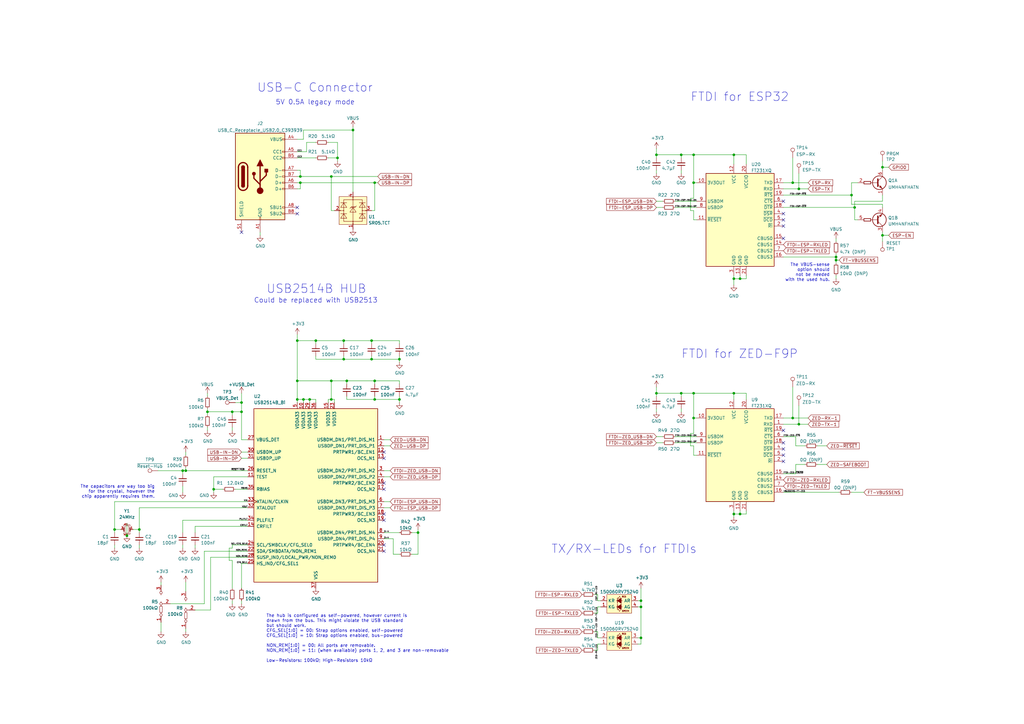
<source format=kicad_sch>
(kicad_sch (version 20211123) (generator eeschema)
  (paper "A3")
  (title_block (title "GNSS") (rev "B"))
  (junction (at 163.83 147.32))
  (junction (at 327.66 77.47))
  (junction (at 127 163.83))
  (junction (at 284.48 74.93))
  (junction (at 342.9 105.41))
  (junction (at 284.48 63.5))
  (junction (at 361.95 96.52))
  (junction (at 303.53 210.82))
  (junction (at 300.99 161.29))
  (junction (at 52.07 219.71))
  (junction (at 269.24 63.5))
  (junction (at 262.89 246.38))
  (junction (at 121.92 156.21))
  (junction (at 95.25 168.91))
  (junction (at 140.97 139.7))
  (junction (at 303.53 114.3))
  (junction (at 129.54 139.7))
  (junction (at 284.48 161.29))
  (junction (at 279.4 161.29))
  (junction (at 153.67 156.21))
  (junction (at 171.45 218.44))
  (junction (at 284.48 171.45))
  (junction (at 99.06 168.91))
  (junction (at 342.9 106.68))
  (junction (at 269.24 161.29))
  (junction (at 142.24 156.21))
  (junction (at 361.95 68.58))
  (junction (at 350.52 85.09))
  (junction (at 300.99 63.5))
  (junction (at 300.99 114.3))
  (junction (at 123.19 74.93))
  (junction (at 99.06 165.1))
  (junction (at 135.89 156.21))
  (junction (at 153.67 163.83))
  (junction (at 57.15 217.17))
  (junction (at 121.92 139.7))
  (junction (at 262.89 261.62))
  (junction (at 152.4 139.7))
  (junction (at 140.97 147.32))
  (junction (at 152.4 147.32))
  (junction (at 325.12 171.45))
  (junction (at 327.66 173.99))
  (junction (at 124.46 163.83))
  (junction (at 85.09 168.91))
  (junction (at 325.12 74.93))
  (junction (at 349.25 80.01))
  (junction (at 300.99 210.82))
  (junction (at 153.67 74.93))
  (junction (at 87.63 200.66))
  (junction (at 135.89 163.83))
  (junction (at 262.89 248.92))
  (junction (at 279.4 63.5))
  (junction (at 138.43 64.77))
  (junction (at 123.19 72.39))
  (junction (at 121.92 163.83))
  (junction (at 74.93 193.04))
  (junction (at 144.78 53.34))
  (junction (at 46.99 217.17))
  (junction (at 135.89 72.39))
  (junction (at 163.83 163.83))
  (junction (at 76.2 193.04))
  (no_connect (at 321.31 82.55))
  (no_connect (at 321.31 189.23))
  (no_connect (at 121.92 85.09))
  (no_connect (at 321.31 90.17))
  (no_connect (at 157.48 200.66))
  (no_connect (at 321.31 97.79))
  (no_connect (at 321.31 176.53))
  (no_connect (at 157.48 223.52))
  (no_connect (at 321.31 186.69))
  (no_connect (at 157.48 185.42))
  (no_connect (at 157.48 226.06))
  (no_connect (at 157.48 213.36))
  (no_connect (at 321.31 184.15))
  (no_connect (at 321.31 181.61))
  (no_connect (at 321.31 92.71))
  (no_connect (at 157.48 198.12))
  (no_connect (at 321.31 87.63))
  (no_connect (at 157.48 210.82))
  (no_connect (at 121.92 87.63))
  (no_connect (at 99.06 95.25))
  (no_connect (at 157.48 187.96))
  (wire (pts (xy 306.07 63.5) (xy 306.07 67.31)))
  (wire (pts (xy 284.48 177.8) (xy 284.48 171.45)))
  (wire (pts (xy 153.67 156.21) (xy 153.67 157.48)))
  (wire (pts (xy 66.04 238.76) (xy 66.04 240.03)))
  (wire (pts (xy 163.83 156.21) (xy 153.67 156.21)))
  (wire (pts (xy 74.93 213.36) (xy 101.6 213.36)))
  (wire (pts (xy 121.92 163.83) (xy 121.92 165.1)))
  (wire (pts (xy 321.31 179.07) (xy 326.39 179.07)))
  (wire (pts (xy 269.24 167.64) (xy 269.24 168.91)))
  (wire (pts (xy 144.78 52.07) (xy 144.78 53.34)))
  (wire (pts (xy 269.24 161.29) (xy 269.24 158.75)))
  (wire (pts (xy 325.12 64.77) (xy 325.12 74.93)))
  (wire (pts (xy 95.25 223.52) (xy 95.25 224.79)))
  (wire (pts (xy 283.21 177.8) (xy 284.48 177.8)))
  (wire (pts (xy 361.95 83.82) (xy 349.25 83.82)))
  (wire (pts (xy 57.15 217.17) (xy 57.15 208.28)))
  (wire (pts (xy 127 163.83) (xy 127 165.1)))
  (wire (pts (xy 135.89 72.39) (xy 154.94 72.39)))
  (wire (pts (xy 99.06 187.96) (xy 101.6 187.96)))
  (wire (pts (xy 93.98 224.79) (xy 95.25 224.79)))
  (wire (pts (xy 87.63 200.66) (xy 87.63 201.93)))
  (wire (pts (xy 123.19 69.85) (xy 121.92 69.85)))
  (wire (pts (xy 134.62 64.77) (xy 138.43 64.77)))
  (wire (pts (xy 284.48 161.29) (xy 284.48 171.45)))
  (wire (pts (xy 350.52 82.55) (xy 361.95 82.55)))
  (wire (pts (xy 262.89 248.92) (xy 262.89 261.62)))
  (wire (pts (xy 80.01 250.19) (xy 86.36 250.19)))
  (wire (pts (xy 157.48 220.98) (xy 161.29 220.98)))
  (wire (pts (xy 163.83 146.05) (xy 163.83 147.32)))
  (wire (pts (xy 279.4 63.5) (xy 284.48 63.5)))
  (wire (pts (xy 124.46 163.83) (xy 124.46 165.1)))
  (wire (pts (xy 321.31 77.47) (xy 327.66 77.47)))
  (wire (pts (xy 99.06 165.1) (xy 99.06 168.91)))
  (wire (pts (xy 171.45 218.44) (xy 168.91 218.44)))
  (wire (pts (xy 135.89 156.21) (xy 142.24 156.21)))
  (wire (pts (xy 163.83 139.7) (xy 163.83 140.97)))
  (wire (pts (xy 46.99 205.74) (xy 46.99 217.17)))
  (wire (pts (xy 101.6 180.34) (xy 99.06 180.34)))
  (wire (pts (xy 300.99 114.3) (xy 300.99 116.84)))
  (wire (pts (xy 152.4 147.32) (xy 152.4 146.05)))
  (wire (pts (xy 171.45 227.33) (xy 171.45 218.44)))
  (wire (pts (xy 361.95 68.58) (xy 361.95 69.85)))
  (wire (pts (xy 300.99 114.3) (xy 303.53 114.3)))
  (wire (pts (xy 349.25 80.01) (xy 349.25 83.82)))
  (wire (pts (xy 279.4 162.56) (xy 279.4 161.29)))
  (wire (pts (xy 152.4 147.32) (xy 140.97 147.32)))
  (wire (pts (xy 74.93 193.04) (xy 76.2 193.04)))
  (wire (pts (xy 85.09 175.26) (xy 85.09 176.53)))
  (wire (pts (xy 284.48 161.29) (xy 300.99 161.29)))
  (wire (pts (xy 261.62 261.62) (xy 262.89 261.62)))
  (wire (pts (xy 321.31 194.31) (xy 326.39 194.31)))
  (wire (pts (xy 121.92 139.7) (xy 121.92 156.21)))
  (wire (pts (xy 163.83 147.32) (xy 152.4 147.32)))
  (wire (pts (xy 129.54 139.7) (xy 140.97 139.7)))
  (wire (pts (xy 49.53 217.17) (xy 46.99 217.17)))
  (wire (pts (xy 284.48 182.88) (xy 283.21 182.88)))
  (wire (pts (xy 283.21 86.36) (xy 283.21 81.28)))
  (wire (pts (xy 76.2 191.77) (xy 76.2 193.04)))
  (wire (pts (xy 245.11 243.84) (xy 243.84 243.84)))
  (wire (pts (xy 163.83 163.83) (xy 153.67 163.83)))
  (wire (pts (xy 246.38 246.38) (xy 245.11 246.38)))
  (wire (pts (xy 121.92 57.15) (xy 124.46 57.15)))
  (wire (pts (xy 54.61 217.17) (xy 57.15 217.17)))
  (wire (pts (xy 342.9 106.68) (xy 342.9 107.95)))
  (wire (pts (xy 125.73 62.23) (xy 121.92 62.23)))
  (wire (pts (xy 76.2 238.76) (xy 76.2 242.57)))
  (wire (pts (xy 124.46 163.83) (xy 127 163.83)))
  (wire (pts (xy 326.39 179.07) (xy 326.39 182.88)))
  (wire (pts (xy 284.48 63.5) (xy 284.48 74.93)))
  (wire (pts (xy 321.31 171.45) (xy 325.12 171.45)))
  (wire (pts (xy 153.67 86.36) (xy 153.67 74.93)))
  (wire (pts (xy 335.28 190.5) (xy 339.09 190.5)))
  (wire (pts (xy 261.62 264.16) (xy 262.89 264.16)))
  (wire (pts (xy 74.93 218.44) (xy 74.93 213.36)))
  (wire (pts (xy 144.78 53.34) (xy 144.78 78.74)))
  (wire (pts (xy 152.4 139.7) (xy 152.4 140.97)))
  (wire (pts (xy 321.31 105.41) (xy 342.9 105.41)))
  (wire (pts (xy 342.9 106.68) (xy 344.17 106.68)))
  (wire (pts (xy 269.24 161.29) (xy 279.4 161.29)))
  (wire (pts (xy 124.46 57.15) (xy 124.46 53.34)))
  (wire (pts (xy 349.25 201.93) (xy 354.33 201.93)))
  (wire (pts (xy 153.67 156.21) (xy 142.24 156.21)))
  (wire (pts (xy 153.67 74.93) (xy 154.94 74.93)))
  (wire (pts (xy 57.15 217.17) (xy 57.15 218.44)))
  (wire (pts (xy 52.07 214.63) (xy 52.07 219.71)))
  (wire (pts (xy 335.28 182.88) (xy 339.09 182.88)))
  (wire (pts (xy 163.83 162.56) (xy 163.83 163.83)))
  (wire (pts (xy 85.09 168.91) (xy 85.09 170.18)))
  (wire (pts (xy 140.97 147.32) (xy 140.97 146.05)))
  (wire (pts (xy 361.95 82.55) (xy 361.95 80.01)))
  (wire (pts (xy 276.86 181.61) (xy 285.75 181.61)))
  (wire (pts (xy 46.99 217.17) (xy 46.99 218.44)))
  (wire (pts (xy 106.68 96.52) (xy 106.68 95.25)))
  (wire (pts (xy 64.77 193.04) (xy 74.93 193.04)))
  (wire (pts (xy 342.9 114.3) (xy 342.9 113.03)))
  (wire (pts (xy 342.9 97.79) (xy 342.9 99.06)))
  (wire (pts (xy 283.21 81.28) (xy 284.48 81.28)))
  (wire (pts (xy 125.73 58.42) (xy 125.73 62.23)))
  (wire (pts (xy 99.06 168.91) (xy 99.06 180.34)))
  (wire (pts (xy 246.38 261.62) (xy 245.11 261.62)))
  (wire (pts (xy 134.62 163.83) (xy 134.62 165.1)))
  (wire (pts (xy 243.84 266.7) (xy 245.11 266.7)))
  (wire (pts (xy 135.89 86.36) (xy 135.89 72.39)))
  (wire (pts (xy 279.4 161.29) (xy 284.48 161.29)))
  (wire (pts (xy 321.31 201.93) (xy 344.17 201.93)))
  (wire (pts (xy 284.48 74.93) (xy 285.75 74.93)))
  (wire (pts (xy 121.92 163.83) (xy 124.46 163.83)))
  (wire (pts (xy 245.11 246.38) (xy 245.11 243.84)))
  (wire (pts (xy 76.2 193.04) (xy 101.6 193.04)))
  (wire (pts (xy 46.99 223.52) (xy 46.99 224.79)))
  (wire (pts (xy 138.43 64.77) (xy 138.43 66.04)))
  (wire (pts (xy 137.16 163.83) (xy 137.16 165.1)))
  (wire (pts (xy 284.48 171.45) (xy 285.75 171.45)))
  (wire (pts (xy 306.07 210.82) (xy 303.53 210.82)))
  (wire (pts (xy 284.48 186.69) (xy 284.48 182.88)))
  (wire (pts (xy 152.4 139.7) (xy 163.83 139.7)))
  (wire (pts (xy 127 163.83) (xy 129.54 163.83)))
  (wire (pts (xy 95.25 229.87) (xy 93.98 229.87)))
  (wire (pts (xy 96.52 165.1) (xy 99.06 165.1)))
  (wire (pts (xy 326.39 194.31) (xy 326.39 190.5)))
  (wire (pts (xy 76.2 185.42) (xy 76.2 186.69)))
  (wire (pts (xy 95.25 246.38) (xy 95.25 247.65)))
  (wire (pts (xy 303.53 210.82) (xy 300.99 210.82)))
  (wire (pts (xy 99.06 185.42) (xy 101.6 185.42)))
  (wire (pts (xy 279.4 64.77) (xy 279.4 63.5)))
  (wire (pts (xy 350.52 90.17) (xy 351.79 90.17)))
  (wire (pts (xy 74.93 193.04) (xy 74.93 194.31)))
  (wire (pts (xy 138.43 58.42) (xy 138.43 64.77)))
  (wire (pts (xy 284.48 63.5) (xy 300.99 63.5)))
  (wire (pts (xy 269.24 63.5) (xy 269.24 60.96)))
  (wire (pts (xy 327.66 77.47) (xy 331.47 77.47)))
  (wire (pts (xy 123.19 72.39) (xy 135.89 72.39)))
  (wire (pts (xy 276.86 179.07) (xy 285.75 179.07)))
  (wire (pts (xy 86.36 228.6) (xy 101.6 228.6)))
  (wire (pts (xy 121.92 64.77) (xy 129.54 64.77)))
  (wire (pts (xy 303.53 113.03) (xy 303.53 114.3)))
  (wire (pts (xy 269.24 162.56) (xy 269.24 161.29)))
  (wire (pts (xy 321.31 85.09) (xy 350.52 85.09)))
  (wire (pts (xy 99.06 161.29) (xy 99.06 165.1)))
  (wire (pts (xy 269.24 179.07) (xy 271.78 179.07)))
  (wire (pts (xy 46.99 205.74) (xy 101.6 205.74)))
  (wire (pts (xy 300.99 63.5) (xy 306.07 63.5)))
  (wire (pts (xy 140.97 139.7) (xy 152.4 139.7)))
  (wire (pts (xy 93.98 229.87) (xy 93.98 224.79)))
  (wire (pts (xy 349.25 74.93) (xy 349.25 80.01)))
  (wire (pts (xy 284.48 90.17) (xy 284.48 86.36)))
  (wire (pts (xy 262.89 241.3) (xy 262.89 246.38)))
  (wire (pts (xy 87.63 195.58) (xy 87.63 200.66)))
  (wire (pts (xy 121.92 72.39) (xy 123.19 72.39)))
  (wire (pts (xy 74.93 201.93) (xy 74.93 199.39)))
  (wire (pts (xy 284.48 86.36) (xy 283.21 86.36)))
  (wire (pts (xy 245.11 248.92) (xy 246.38 248.92)))
  (wire (pts (xy 76.2 259.08) (xy 76.2 257.81)))
  (wire (pts (xy 161.29 220.98) (xy 161.29 227.33)))
  (wire (pts (xy 66.04 259.08) (xy 66.04 255.27)))
  (wire (pts (xy 306.07 161.29) (xy 306.07 163.83)))
  (wire (pts (xy 129.54 147.32) (xy 129.54 146.05)))
  (wire (pts (xy 325.12 74.93) (xy 331.47 74.93)))
  (wire (pts (xy 163.83 147.32) (xy 163.83 148.59)))
  (wire (pts (xy 99.06 246.38) (xy 99.06 247.65)))
  (wire (pts (xy 121.92 139.7) (xy 129.54 139.7)))
  (wire (pts (xy 321.31 173.99) (xy 327.66 173.99)))
  (wire (pts (xy 121.92 137.16) (xy 121.92 139.7)))
  (wire (pts (xy 85.09 167.64) (xy 85.09 168.91)))
  (wire (pts (xy 269.24 181.61) (xy 271.78 181.61)))
  (wire (pts (xy 364.49 68.58) (xy 361.95 68.58)))
  (wire (pts (xy 306.07 114.3) (xy 306.07 113.03)))
  (wire (pts (xy 85.09 161.29) (xy 85.09 162.56)))
  (wire (pts (xy 300.99 161.29) (xy 300.99 163.83)))
  (wire (pts (xy 129.54 58.42) (xy 125.73 58.42)))
  (wire (pts (xy 87.63 200.66) (xy 91.44 200.66)))
  (wire (pts (xy 327.66 166.37) (xy 327.66 173.99)))
  (wire (pts (xy 153.67 163.83) (xy 142.24 163.83)))
  (wire (pts (xy 269.24 85.09) (xy 271.78 85.09)))
  (wire (pts (xy 74.93 224.79) (xy 74.93 223.52)))
  (wire (pts (xy 261.62 246.38) (xy 262.89 246.38)))
  (wire (pts (xy 361.95 96.52) (xy 361.95 95.25)))
  (wire (pts (xy 276.86 85.09) (xy 285.75 85.09)))
  (wire (pts (xy 243.84 251.46) (xy 245.11 251.46)))
  (wire (pts (xy 326.39 182.88) (xy 330.2 182.88)))
  (wire (pts (xy 157.48 182.88) (xy 160.02 182.88)))
  (wire (pts (xy 57.15 208.28) (xy 101.6 208.28)))
  (wire (pts (xy 245.11 261.62) (xy 245.11 259.08)))
  (wire (pts (xy 303.53 209.55) (xy 303.53 210.82)))
  (wire (pts (xy 300.99 210.82) (xy 300.99 212.09)))
  (wire (pts (xy 284.48 81.28) (xy 284.48 74.93)))
  (wire (pts (xy 134.62 58.42) (xy 138.43 58.42)))
  (wire (pts (xy 326.39 190.5) (xy 330.2 190.5)))
  (wire (pts (xy 269.24 63.5) (xy 279.4 63.5)))
  (wire (pts (xy 300.99 161.29) (xy 306.07 161.29)))
  (wire (pts (xy 95.25 176.53) (xy 95.25 175.26)))
  (wire (pts (xy 327.66 71.12) (xy 327.66 77.47)))
  (wire (pts (xy 121.92 156.21) (xy 135.89 156.21)))
  (wire (pts (xy 364.49 96.52) (xy 361.95 96.52)))
  (wire (pts (xy 80.01 215.9) (xy 80.01 218.44)))
  (wire (pts (xy 80.01 223.52) (xy 80.01 224.79)))
  (wire (pts (xy 140.97 139.7) (xy 140.97 140.97)))
  (wire (pts (xy 300.99 210.82) (xy 300.99 209.55)))
  (wire (pts (xy 101.6 231.14) (xy 99.06 231.14)))
  (wire (pts (xy 85.09 168.91) (xy 95.25 168.91)))
  (wire (pts (xy 121.92 156.21) (xy 121.92 163.83)))
  (wire (pts (xy 57.15 223.52) (xy 57.15 224.79)))
  (wire (pts (xy 285.75 186.69) (xy 284.48 186.69)))
  (wire (pts (xy 285.75 90.17) (xy 284.48 90.17)))
  (wire (pts (xy 306.07 209.55) (xy 306.07 210.82)))
  (wire (pts (xy 135.89 163.83) (xy 135.89 156.21)))
  (wire (pts (xy 134.62 163.83) (xy 135.89 163.83)))
  (wire (pts (xy 350.52 85.09) (xy 350.52 90.17)))
  (wire (pts (xy 157.48 180.34) (xy 160.02 180.34)))
  (wire (pts (xy 261.62 248.92) (xy 262.89 248.92)))
  (wire (pts (xy 327.66 173.99) (xy 331.47 173.99)))
  (wire (pts (xy 361.95 96.52) (xy 361.95 99.06)))
  (wire (pts (xy 157.48 218.44) (xy 163.83 218.44)))
  (wire (pts (xy 95.25 229.87) (xy 95.25 241.3)))
  (wire (pts (xy 350.52 82.55) (xy 350.52 85.09)))
  (wire (pts (xy 152.4 86.36) (xy 153.67 86.36)))
  (wire (pts (xy 157.48 208.28) (xy 160.02 208.28)))
  (wire (pts (xy 137.16 86.36) (xy 135.89 86.36)))
  (wire (pts (xy 95.25 223.52) (xy 101.6 223.52)))
  (wire (pts (xy 129.54 140.97) (xy 129.54 139.7)))
  (wire (pts (xy 123.19 74.93) (xy 153.67 74.93)))
  (wire (pts (xy 101.6 215.9) (xy 80.01 215.9)))
  (wire (pts (xy 300.99 63.5) (xy 300.99 67.31)))
  (wire (pts (xy 96.52 200.66) (xy 101.6 200.66)))
  (wire (pts (xy 168.91 227.33) (xy 171.45 227.33)))
  (wire (pts (xy 279.4 167.64) (xy 279.4 168.91)))
  (wire (pts (xy 262.89 246.38) (xy 262.89 248.92)))
  (wire (pts (xy 129.54 163.83) (xy 129.54 165.1)))
  (wire (pts (xy 243.84 259.08) (xy 245.11 259.08)))
  (wire (pts (xy 142.24 163.83) (xy 142.24 162.56)))
  (wire (pts (xy 300.99 114.3) (xy 300.99 113.03)))
  (wire (pts (xy 269.24 82.55) (xy 271.78 82.55)))
  (wire (pts (xy 140.97 147.32) (xy 129.54 147.32)))
  (wire (pts (xy 160.02 193.04) (xy 157.48 193.04)))
  (wire (pts (xy 321.31 80.01) (xy 349.25 80.01)))
  (wire (pts (xy 161.29 227.33) (xy 163.83 227.33)))
  (wire (pts (xy 351.79 74.93) (xy 349.25 74.93)))
  (wire (pts (xy 123.19 69.85) (xy 123.19 72.39)))
  (wire (pts (xy 135.89 163.83) (xy 137.16 163.83)))
  (wire (pts (xy 361.95 85.09) (xy 361.95 83.82)))
  (wire (pts (xy 95.25 168.91) (xy 99.06 168.91)))
  (wire (pts (xy 283.21 182.88) (xy 283.21 177.8)))
  (wire (pts (xy 160.02 195.58) (xy 157.48 195.58)))
  (wire (pts (xy 95.25 168.91) (xy 95.25 170.18)))
  (wire (pts (xy 101.6 195.58) (xy 87.63 195.58)))
  (wire (pts (xy 269.24 64.77) (xy 269.24 63.5)))
  (wire (pts (xy 171.45 217.17) (xy 171.45 218.44)))
  (wire (pts (xy 83.82 247.65) (xy 83.82 226.06)))
  (wire (pts (xy 142.24 156.21) (xy 142.24 157.48)))
  (wire (pts (xy 86.36 228.6) (xy 86.36 250.19)))
  (wire (pts (xy 269.24 69.85) (xy 269.24 71.12)))
  (wire (pts (xy 361.95 66.04) (xy 361.95 68.58)))
  (wire (pts (xy 262.89 261.62) (xy 262.89 264.16)))
  (wire (pts (xy 83.82 226.06) (xy 101.6 226.06)))
  (wire (pts (xy 303.53 114.3) (xy 306.07 114.3)))
  (wire (pts (xy 124.46 53.34) (xy 144.78 53.34)))
  (wire (pts (xy 279.4 69.85) (xy 279.4 71.12)))
  (wire (pts (xy 342.9 104.14) (xy 342.9 105.41)))
  (wire (pts (xy 245.11 264.16) (xy 246.38 264.16)))
  (wire (pts (xy 325.12 171.45) (xy 331.47 171.45)))
  (wire (pts (xy 245.11 251.46) (xy 245.11 248.92)))
  (wire (pts (xy 69.85 247.65) (xy 83.82 247.65)))
  (wire (pts (xy 342.9 105.41) (xy 342.9 106.68)))
  (wire (pts (xy 121.92 74.93) (xy 123.19 74.93)))
  (wire (pts (xy 99.06 231.14) (xy 99.06 241.3)))
  (wire (pts (xy 276.86 82.55) (xy 285.75 82.55)))
  (wire (pts (xy 163.83 163.83) (xy 163.83 165.1)))
  (wire (pts (xy 163.83 157.48) (xy 163.83 156.21)))
  (wire (pts (xy 321.31 74.93) (xy 325.12 74.93)))
  (wire (pts (xy 153.67 163.83) (xy 153.67 162.56)))
  (wire (pts (xy 123.19 74.93) (xy 123.19 77.47)))
  (wire (pts (xy 325.12 158.75) (xy 325.12 171.45)))
  (wire (pts (xy 123.19 77.47) (xy 121.92 77.47)))
  (wire (pts (xy 157.48 205.74) (xy 160.02 205.74)))
  (wire (pts (xy 245.11 266.7) (xy 245.11 264.16)))
  (text "USB-C Connector" (at 105.41 38.1 0) (effects (font (size 3.5052 3.5052)) (justify left bottom)))
  (text "FTDI for ZED-F9P" (at 279.4 147.32 0) (effects (font (size 3.5052 3.5052)) (justify left bottom)))
  (text "TX/RX-LEDs for FTDIs" (at 226.06 227.33 0) (effects (font (size 3.5052 3.5052)) (justify left bottom)))
  (text "FTDI for ESP32" (at 283.21 41.91 0) (effects (font (size 3.5052 3.5052)) (justify left bottom)))
  (text "The VBUS-sense\noption should\nnot be needed\nwith the used hub." (at 340.36 115.57 0) (effects (font (size 1.27 1.27)) (justify right bottom)))
  (text "The capacitors are way too big\nfor the crystal, however the\nchip apparently requires them." (at 63.5 204.47 0) (effects (font (size 1.27 1.27)) (justify right bottom)))
  (text "Could be replaced with USB2513" (at 104.14 124.46 0) (effects (font (size 2 2)) (justify left bottom)))
  (text "\nThe hub is configured as self-powered, however current is\ndrawn from the bus. This might violate the USB standard\nbut should work.\nCFG_SEL[1:0] = 00: Strap options enabled, self-powered\nCFG_SEL[1:0] = 10: Strap options enabled, bus-powered\n\nNON_REM[1:0] = 00: All ports are removable.\nNON_REM[1:0] = 11: (when available) ports 1, 2, and 3 are non-removable\n\nLow-Resistors: 100kΩ; High-Resistors 10kΩ" (at 109.22 271.78 0) (effects (font (size 1.27 1.27)) (justify left bottom)))
  (text "5V 0.5A legacy mode" (at 113.03 43.18 0) (effects (font (size 2 2)) (justify left bottom)))
  (text "USB2514B HUB" (at 109.22 120.65 0) (effects (font (size 3.5052 3.5052)) (justify left bottom)))
  (label "FTDI-ZED-~{CTS}" (at 321.31 179.07 0) (effects (font (size 0.6 0.6))))
  (label "D-4" (at 157.48 218.44 0) (effects (font (size 0.6 0.6))))
  (label "VBUSSENS-FT-ZED" (at 321.31 201.93 0) (effects (font (size 0.6 0.6))))
  (label "FTDI-ESP-RAW-DN" (at 285.75 82.55 180) (effects (font (size 0.6 0.6))))
  (label "CC1" (at 121.92 62.23 0) (effects (font (size 0.6 0.6))))
  (label "FTDI-ESP-~{RTS}" (at 323.85 80.01 0) (effects (font (size 0.6 0.6))))
  (label "SCL{slash}CFG_SEL0" (at 101.6 223.52 180) (effects (font (size 0.6 0.6))))
  (label "CC2" (at 121.92 64.77 0) (effects (font (size 0.6 0.6))))
  (label "RBIAS" (at 101.6 200.66 180) (effects (font (size 0.6 0.6))))
  (label "CFG_SEL1" (at 101.6 231.14 180) (effects (font (size 0.6 0.6))))
  (label "ZED-RX-LED" (at 245.11 264.16 270) (effects (font (size 0.6 0.6))))
  (label "PLLFILT" (at 101.6 213.36 180) (effects (font (size 0.6 0.6))))
  (label "D+4" (at 157.48 220.98 0) (effects (font (size 0.6 0.6))))
  (label "FTDI-ZED-RAW-DP" (at 285.75 181.61 180) (effects (font (size 0.6 0.6))))
  (label "~{RESET-HUB}" (at 100.33 193.04 180) (effects (font (size 0.6 0.6))))
  (label "FTDI-ZED-~{CBUS0}" (at 321.31 194.31 0) (effects (font (size 0.6 0.6))))
  (label "CRFILT" (at 101.6 215.9 180) (effects (font (size 0.6 0.6))))
  (label "FTDI-ESP-RAW-DP" (at 285.75 85.09 180) (effects (font (size 0.6 0.6))))
  (label "FTDI-ESP-~{DTR}" (at 323.85 85.09 0) (effects (font (size 0.6 0.6))))
  (label "NON_REM1" (at 101.6 226.06 180) (effects (font (size 0.6 0.6))))
  (label "FTDI-ZED-RAW-DN" (at 285.75 179.07 180) (effects (font (size 0.6 0.6))))
  (label "XIN" (at 101.6 205.74 180) (effects (font (size 0.6 0.6))))
  (label "ESP-RX-LED" (at 245.11 246.38 90) (effects (font (size 0.6 0.6))))
  (label "ZED-TX-LED" (at 245.11 261.62 90) (effects (font (size 0.6 0.6))))
  (label "XOUT" (at 101.6 208.28 180) (effects (font (size 0.6 0.6))))
  (label "NON_REM0" (at 101.6 228.6 180) (effects (font (size 0.6 0.6))))
  (label "ESP-TX-LED" (at 245.11 248.92 270) (effects (font (size 0.6 0.6))))
  (global_label "FTDI-ZED-RXLED" (shape input) (at 321.31 196.85 0) (property "Intersheet References" "${INTERSHEET_REFS}" (effects hide)))
  (global_label "FTDI-ZED_USB-DP" (shape input) (at 160.02 195.58 0) (property "Intersheet References" "${INTERSHEET_REFS}" (effects hide)))
  (global_label "FTDI-ESP_USB-DN" (shape input) (at 160.02 205.74 0) (property "Intersheet References" "${INTERSHEET_REFS}" (effects hide)))
  (global_label "FTDI-ESP-TXLED" (shape input) (at 238.76 251.46 180) (property "Intersheet References" "${INTERSHEET_REFS}" (effects hide)))
  (global_label "USB-IN-DN" (shape input) (at 99.06 185.42 180) (property "Intersheet References" "${INTERSHEET_REFS}" (effects hide)))
  (global_label "FTDI-ZED-TXLED" (shape input) (at 321.31 199.39 0) (property "Intersheet References" "${INTERSHEET_REFS}" (effects hide)))
  (global_label "FTDI-ESP-TXLED" (shape input) (at 321.31 102.87 0) (property "Intersheet References" "${INTERSHEET_REFS}" (effects hide)))
  (global_label "ZED-USB-DP" (shape input) (at 160.02 182.88 0) (property "Intersheet References" "${INTERSHEET_REFS}" (effects hide)))
  (global_label "USB-IN-DP" (shape input) (at 154.94 74.93 0) (property "Intersheet References" "${INTERSHEET_REFS}" (effects hide)))
  (global_label "GPIO0" (shape input) (at 364.49 68.58 0) (property "Intersheet References" "${INTERSHEET_REFS}" (effects hide)))
  (global_label "ZED-TX-1" (shape input) (at 331.47 173.99 0) (property "Intersheet References" "${INTERSHEET_REFS}" (effects hide)))
  (global_label "FT-VBUSSENS" (shape input) (at 354.33 201.93 0) (property "Intersheet References" "${INTERSHEET_REFS}" (effects hide)))
  (global_label "FTDI-ESP_USB-DN" (shape input) (at 269.24 82.55 180) (property "Intersheet References" "${INTERSHEET_REFS}" (effects hide)))
  (global_label "ZED-SAFEBOOT" (shape input) (at 339.09 190.5 0) (property "Intersheet References" "${INTERSHEET_REFS}" (effects hide)))
  (global_label "FT-VBUSSENS" (shape input) (at 344.17 106.68 0) (property "Intersheet References" "${INTERSHEET_REFS}" (effects hide)))
  (global_label "FTDI-ZED-TXLED" (shape input) (at 238.76 266.7 180) (property "Intersheet References" "${INTERSHEET_REFS}" (effects hide)))
  (global_label "ESP-RX" (shape input) (at 331.47 74.93 0) (property "Intersheet References" "${INTERSHEET_REFS}" (effects hide)))
  (global_label "FTDI-ESP-RXLED" (shape input) (at 238.76 243.84 180) (property "Intersheet References" "${INTERSHEET_REFS}" (effects hide)))
  (global_label "FTDI-ZED_USB-DN" (shape input) (at 269.24 179.07 180) (property "Intersheet References" "${INTERSHEET_REFS}" (effects hide)))
  (global_label "FTDI-ESP_USB-DP" (shape input) (at 269.24 85.09 180) (property "Intersheet References" "${INTERSHEET_REFS}" (effects hide)))
  (global_label "FTDI-ZED-RXLED" (shape input) (at 238.76 259.08 180) (property "Intersheet References" "${INTERSHEET_REFS}" (effects hide)))
  (global_label "USB-IN-DP" (shape input) (at 99.06 187.96 180) (property "Intersheet References" "${INTERSHEET_REFS}" (effects hide)))
  (global_label "ZED-~{RESET}" (shape input) (at 339.09 182.88 0) (property "Intersheet References" "${INTERSHEET_REFS}" (effects hide)))
  (global_label "USB-IN-DN" (shape input) (at 154.94 72.39 0) (property "Intersheet References" "${INTERSHEET_REFS}" (effects hide)))
  (global_label "FTDI-ZED_USB-DN" (shape input) (at 160.02 193.04 0) (property "Intersheet References" "${INTERSHEET_REFS}" (effects hide)))
  (global_label "ZED-RX-1" (shape input) (at 331.47 171.45 0) (property "Intersheet References" "${INTERSHEET_REFS}" (effects hide)))
  (global_label "FTDI-ZED_USB-DP" (shape input) (at 269.24 181.61 180) (property "Intersheet References" "${INTERSHEET_REFS}" (effects hide)))
  (global_label "ZED-USB-DN" (shape input) (at 160.02 180.34 0) (property "Intersheet References" "${INTERSHEET_REFS}" (effects hide)))
  (global_label "FTDI-ESP_USB-DP" (shape input) (at 160.02 208.28 0) (property "Intersheet References" "${INTERSHEET_REFS}" (effects hide)))
  (global_label "FTDI-ESP-RXLED" (shape input) (at 321.31 100.33 0) (property "Intersheet References" "${INTERSHEET_REFS}" (effects hide)))
  (global_label "ESP-TX" (shape input) (at 331.47 77.47 0) (property "Intersheet References" "${INTERSHEET_REFS}" (effects hide)))
  (global_label "ESP-EN" (shape input) (at 364.49 96.52 0) (property "Intersheet References" "${INTERSHEET_REFS}" (effects hide)))
  (symbol (lib_id "power:GND") (at 57.15 224.79 0) (unit 1)
    (property "Reference" "#PWR0128" (effects hide))
    (property "Value" "GND" (at 57.15 229.2334 0))
  )
  (symbol (lib_id "Device:C_Small") (at 74.93 220.98 0) (mirror x) (unit 1)
    (property "Reference" "C19" (at 72.6059 220.1389 0) (effects (justify right)))
    (property "Value" "100nF" (at 72.6059 222.6758 0) (effects (justify right)))
    (property "Footprint" "Franz-Lib:C_0402_1005Metric_NoSilk" (effects hide))
  )
  (symbol (lib_id "Franz-Lib:USB_C_Receptacle_USB2.0_C393939") (at 106.68 72.39 0) (unit 1)
    (property "Reference" "J2" (at 106.68 50.6435 0))
    (property "Value" "USB_C_Receptacle_USB2.0_C393939" (at 106.68 53.4186 0))
    (property "Footprint" "Franz-Lib:USB_C_Receptacle_C313131_TYPE-C-31-M-12" (effects hide))
    (property "Datasheet" "https://parts.franz.science/data/media/1912111437_SHOU-HAN-TYPE-C16PIN_C393939.pdf" (effects hide))
  )
  (symbol (lib_id "power:+3.3V") (at 269.24 60.96 0) (unit 1)
    (property "Reference" "#PWR0231" (effects hide))
    (property "Value" "+3.3V" (at 269.621 56.5658 0))
  )
  (symbol (lib_id "power:GND") (at 106.68 96.52 0) (unit 1)
    (property "Reference" "#PWR0146" (effects hide))
    (property "Value" "GND" (at 106.807 100.9142 0))
  )
  (symbol (lib_id "Device:R_Small") (at 132.08 64.77 90) (unit 1)
    (property "Reference" "R21" (at 128.27 62.23 90))
    (property "Value" "5.1kΩ" (at 134.62 62.23 90))
    (property "Footprint" "Franz-Lib:R_0402_1005Metric_NoSilk" (effects hide))
  )
  (symbol (lib_id "Device:R_Small") (at 274.32 181.61 270) (mirror x) (unit 1)
    (property "Reference" "R50" (at 271.78 184.15 90))
    (property "Value" "27Ω" (at 276.86 184.15 90))
    (property "Footprint" "Franz-Lib:R_0402_1005Metric_NoSilk" (effects hide))
  )
  (symbol (lib_id "power:+3.3V") (at 76.2 238.76 0) (unit 1)
    (property "Reference" "#PWR0101" (effects hide))
    (property "Value" "+3.3V" (at 76.581 234.3658 0))
  )
  (symbol (lib_id "power:GND") (at 138.43 66.04 0) (unit 1)
    (property "Reference" "#PWR0147" (effects hide))
    (property "Value" "GND" (at 138.557 70.4342 0))
  )
  (symbol (lib_id "power:GND") (at 300.99 212.09 0) (unit 1)
    (property "Reference" "#PWR0236" (effects hide))
    (property "Value" "GND" (at 300.99 216.6525 0))
  )
  (symbol (lib_id "power:GND") (at 342.9 114.3 0) (unit 1)
    (property "Reference" "#PWR0255" (effects hide))
    (property "Value" "GND" (at 342.9 118.8625 0))
  )
  (symbol (lib_id "power:VBUS") (at 144.78 52.07 0) (unit 1)
    (property "Reference" "#PWR0106" (effects hide))
    (property "Value" "VBUS" (at 144.78 48.4655 0))
  )
  (symbol (lib_id "power:GND") (at 269.24 71.12 0) (unit 1)
    (property "Reference" "#PWR0233" (effects hide))
    (property "Value" "GND" (at 269.24 74.93 0))
  )
  (symbol (lib_id "Device:R_Small") (at 93.98 200.66 90) (mirror x) (unit 1)
    (property "Reference" "R1" (at 90.17 198.12 90))
    (property "Value" "12.0kΩ" (at 96.52 198.12 90))
    (property "Footprint" "Franz-Lib:R_0402_1005Metric_NoSilk" (effects hide))
  )
  (symbol (lib_id "Device:R_Small") (at 132.08 58.42 90) (unit 1)
    (property "Reference" "R20" (at 128.27 55.88 90))
    (property "Value" "5.1kΩ" (at 134.62 55.88 90))
    (property "Footprint" "Franz-Lib:R_0402_1005Metric_NoSilk" (effects hide))
  )
  (symbol (lib_id "Device:C_Small") (at 95.25 172.72 0) (mirror x) (unit 1)
    (property "Reference" "C45" (at 92.9259 171.8789 0) (effects (justify right)))
    (property "Value" "100nF" (at 92.9259 174.4158 0) (effects (justify right)))
    (property "Footprint" "Franz-Lib:C_0402_1005Metric_NoSilk" (effects hide))
  )
  (symbol (lib_id "Device:R_Small") (at 99.06 243.84 0) (unit 1)
    (property "Reference" "R41" (at 100.5586 243.0053 0) (effects (justify left)))
    (property "Value" "100kΩ" (at 100.5586 245.5422 0) (effects (justify left)))
    (property "Footprint" "Franz-Lib:R_0402_1005Metric_NoSilk" (effects hide))
  )
  (symbol (lib_id "power:GND") (at 95.25 176.53 0) (unit 1)
    (property "Reference" "#PWR0113" (effects hide))
    (property "Value" "GND" (at 95.377 180.9242 0))
  )
  (symbol (lib_id "Device:R_Small") (at 332.74 190.5 90) (unit 1)
    (property "Reference" "R56" (at 332.74 186.0636 90))
    (property "Value" "0Ω (DNP)" (at 332.74 188.6005 90))
    (property "Footprint" "Franz-Lib:R_0402_1005Metric_NoSilk_DNP" (effects hide))
  )
  (symbol (lib_id "Connector:TestPoint") (at 361.95 99.06 0) (mirror x) (unit 1)
    (property "Reference" "TP1" (at 363.4232 102.0572 0) (effects (justify left)))
    (property "Value" "RESET" (at 363.4232 99.7458 0) (effects (justify left)))
    (property "Footprint" "Franz-Lib:TestPoint_Pad_D1.0mm_NoSIlk" (effects hide))
  )
  (symbol (lib_id "Device:Crystal_GND24_Small") (at 52.07 217.17 0) (mirror y) (unit 1)
    (property "Reference" "Y1" (at 52.07 209.55 0))
    (property "Value" "24MHz" (at 52.07 212.09 0))
    (property "Footprint" "Franz-Lib:OSC_XRCGB24M000F3M01R0" (effects hide))
  )
  (symbol (lib_id "power:GND") (at 163.83 165.1 0) (unit 1)
    (property "Reference" "#PWR0172" (effects hide))
    (property "Value" "GND" (at 163.957 169.4942 0))
  )
  (symbol (lib_id "Connector:TestPoint") (at 96.52 165.1 90) (unit 1)
    (property "Reference" "TP3" (at 93.218 160.7652 90))
    (property "Value" "VBUS_Det" (at 93.218 163.3021 90))
    (property "Footprint" "Franz-Lib:TestPoint_Pad_D1.0mm_NoSIlk" (effects hide))
  )
  (symbol (lib_id "power:GND") (at 74.93 224.79 0) (unit 1)
    (property "Reference" "#PWR0102" (effects hide))
    (property "Value" "GND" (at 75.057 229.1842 0))
  )
  (symbol (lib_id "Franz-Lib:Resistor_3_Bridged12_0402") (at 66.04 247.65 90) (unit 1)
    (property "Reference" "R5" (at 64.8209 246.8153 90) (effects (justify left)))
    (property "Value" "100kΩ" (at 64.8209 249.3522 90) (effects (justify left)))
    (property "Footprint" "Franz-Lib:R_0402_JUMPER3_NoSilk" (effects hide))
  )
  (symbol (lib_id "Device:C_Small") (at 57.15 220.98 0) (unit 1)
    (property "Reference" "C2" (at 59.4741 220.1516 0) (effects (justify left)))
    (property "Value" "18pF" (at 59.4741 222.6885 0) (effects (justify left)))
    (property "Footprint" "Franz-Lib:C_0402_1005Metric_NoSilk" (effects hide))
  )
  (symbol (lib_id "power:GND") (at 85.09 176.53 0) (unit 1)
    (property "Reference" "#PWR0116" (effects hide))
    (property "Value" "GND" (at 85.217 180.9242 0))
  )
  (symbol (lib_id "Device:R_Small") (at 274.32 85.09 270) (mirror x) (unit 1)
    (property "Reference" "R23" (at 271.78 87.63 90))
    (property "Value" "27Ω" (at 276.86 87.63 90))
    (property "Footprint" "Franz-Lib:R_0402_1005Metric_NoSilk" (effects hide))
  )
  (symbol (lib_id "power:+3.3V") (at 171.45 217.17 0) (unit 1)
    (property "Reference" "#PWR0173" (effects hide))
    (property "Value" "+3.3V" (at 171.831 212.7758 0))
  )
  (symbol (lib_id "power:GND") (at 66.04 259.08 0) (unit 1)
    (property "Reference" "#PWR0194" (effects hide))
    (property "Value" "GND" (at 66.167 263.4742 0))
  )
  (symbol (lib_id "power:+3.3V") (at 121.92 137.16 0) (unit 1)
    (property "Reference" "#PWR0112" (effects hide))
    (property "Value" "+3.3V" (at 122.301 132.7658 0))
  )
  (symbol (lib_id "power:GND") (at 279.4 168.91 0) (unit 1)
    (property "Reference" "#PWR0238" (effects hide))
    (property "Value" "GND" (at 279.4 172.72 0))
  )
  (symbol (lib_id "Device:C_Small") (at 163.83 160.02 0) (unit 1)
    (property "Reference" "C27" (at 166.1541 159.1178 0) (effects (justify left)))
    (property "Value" "4.7µF" (at 166.1541 161.8929 0) (effects (justify left)))
    (property "Footprint" "Franz-Lib:C_0603_1608Metric_NoSilk" (effects hide))
  )
  (symbol (lib_id "Device:C_Small") (at 74.93 196.85 0) (mirror x) (unit 1)
    (property "Reference" "C4" (at 72.6059 196.0089 0) (effects (justify right)))
    (property "Value" "100nF" (at 72.6059 198.5458 0) (effects (justify right)))
    (property "Footprint" "Franz-Lib:C_0402_1005Metric_NoSilk" (effects hide))
  )
  (symbol (lib_id "power:+3.3V") (at 76.2 185.42 0) (unit 1)
    (property "Reference" "#PWR0171" (effects hide))
    (property "Value" "+3.3V" (at 76.581 181.0258 0))
  )
  (symbol (lib_id "power:GND") (at 163.83 148.59 0) (unit 1)
    (property "Reference" "#PWR0170" (effects hide))
    (property "Value" "GND" (at 163.957 152.9842 0))
  )
  (symbol (lib_id "power:GND") (at 52.07 219.71 0) (unit 1)
    (property "Reference" "#PWR0130" (effects hide))
    (property "Value" "GND" (at 52.07 224.1534 0))
  )
  (symbol (lib_id "Device:R_Small") (at 85.09 165.1 0) (mirror x) (unit 1)
    (property "Reference" "R6" (at 83.5915 164.1915 0) (effects (justify right)))
    (property "Value" "100kΩ" (at 83.5915 166.9666 0) (effects (justify right)))
    (property "Footprint" "Franz-Lib:R_0402_1005Metric_NoSilk" (effects hide))
  )
  (symbol (lib_id "Device:R_Small") (at 342.9 101.6 0) (unit 1)
    (property "Reference" "R57" (at 344.3986 100.7653 0) (effects (justify left)))
    (property "Value" "4.7k (DNP)" (at 344.3986 103.3022 0) (effects (justify left)))
    (property "Footprint" "Franz-Lib:R_0402_1005Metric_NoSilk_DNP" (effects hide))
  )
  (symbol (lib_id "Connector:TestPoint") (at 64.77 193.04 90) (unit 1)
    (property "Reference" "TP9" (at 61.468 188.5142 90))
    (property "Value" "~{Reset-Hub}" (at 61.468 191.2051 90))
    (property "Footprint" "Franz-Lib:TestPoint_Pad_D1.0mm_NoSIlk" (effects hide))
  )
  (symbol (lib_id "Device:C_Small") (at 140.97 143.51 0) (unit 1)
    (property "Reference" "C17" (at 143.2941 142.6078 0) (effects (justify left)))
    (property "Value" "100nF" (at 143.2941 145.3829 0) (effects (justify left)))
    (property "Footprint" "Franz-Lib:C_0402_1005Metric_NoSilk" (effects hide))
  )
  (symbol (lib_id "Device:C_Small") (at 269.24 165.1 0) (mirror x) (unit 1)
    (property "Reference" "C41" (at 266.9159 164.2589 0) (effects (justify right)))
    (property "Value" "100nF" (at 266.9159 166.7958 0) (effects (justify right)))
    (property "Footprint" "Franz-Lib:C_0402_1005Metric_NoSilk" (effects hide))
  )
  (symbol (lib_id "power:+3.3V") (at 262.89 241.3 0) (unit 1)
    (property "Reference" "#PWR0237" (effects hide))
    (property "Value" "+3.3V" (at 263.271 236.9058 0))
  )
  (symbol (lib_id "Device:R_Small") (at 241.3 243.84 90) (unit 1)
    (property "Reference" "R51" (at 241.3 239.4036 90))
    (property "Value" "4.7kΩ" (at 241.3 241.9405 90))
    (property "Footprint" "Franz-Lib:R_0402_1005Metric_NoSilk" (effects hide))
  )
  (symbol (lib_id "Device:C_Small") (at 279.4 67.31 0) (mirror x) (unit 1)
    (property "Reference" "C42" (at 277.076 66.4689 0) (effects (justify right)))
    (property "Value" "4.7µF" (at 277.076 69.0058 0) (effects (justify right)))
    (property "Footprint" "Franz-Lib:C_0603_1608Metric_NoSilk" (effects hide))
  )
  (symbol (lib_id "Franz-Lib:150060RV75240") (at 254 247.65 0) (unit 1)
    (property "Reference" "U3" (at 254 240.191 0))
    (property "Value" "150060RV75240" (at 254 242.7279 0))
    (property "Footprint" "Franz-Lib:150060RV75240" (effects hide))
    (property "Datasheet" "https://www.mouser.de/datasheet/2/445/150060RV75240-1714358.pdf" (effects hide))
  )
  (symbol (lib_id "power:GND") (at 129.54 241.3 0) (unit 1)
    (property "Reference" "#PWR0105" (effects hide))
    (property "Value" "GND" (at 129.667 245.6942 0))
  )
  (symbol (lib_id "Connector:TestPoint") (at 325.12 158.75 0) (unit 1)
    (property "Reference" "TP11" (at 326.517 154.5395 0) (effects (justify left)))
    (property "Value" "ZED-RX" (at 326.517 157.3146 0) (effects (justify left)))
    (property "Footprint" "Franz-Lib:TestPoint_Pad_D1.0mm_NoSIlk" (effects hide))
  )
  (symbol (lib_id "Device:C_Small") (at 152.4 143.51 0) (unit 1)
    (property "Reference" "C24" (at 154.7241 142.6078 0) (effects (justify left)))
    (property "Value" "100nF" (at 154.7241 145.3829 0) (effects (justify left)))
    (property "Footprint" "Franz-Lib:C_0402_1005Metric_NoSilk" (effects hide))
  )
  (symbol (lib_id "Device:R_Small") (at 241.3 266.7 90) (unit 1)
    (property "Reference" "R54" (at 241.3 262.2636 90))
    (property "Value" "4.7kΩ" (at 241.3 264.8005 90))
    (property "Footprint" "Franz-Lib:R_0402_1005Metric_NoSilk" (effects hide))
  )
  (symbol (lib_id "Interface_USB:FT231XQ") (at 303.53 90.17 0) (unit 1)
    (property "Reference" "U20" (at 308.0894 67.4202 0) (effects (justify left)))
    (property "Value" "FT231XQ" (at 308.0894 69.9571 0) (effects (justify left)))
    (property "Footprint" "Franz-Lib:QFN-20-1EP_4x4mm_P0.5mm_EP2.5x2.5mm_NoSilk" (effects hide))
    (property "Datasheet" "https://www.ftdichip.com/Support/Documents/DataSheets/ICs/DS_FT231X.pdf" (effects hide))
  )
  (symbol (lib_id "Device:R_Small") (at 241.3 251.46 90) (unit 1)
    (property "Reference" "R52" (at 241.3 247.0236 90))
    (property "Value" "4.7kΩ" (at 241.3 249.5605 90))
    (property "Footprint" "Franz-Lib:R_0402_1005Metric_NoSilk" (effects hide))
  )
  (symbol (lib_id "power:GND") (at 95.25 247.65 0) (unit 1)
    (property "Reference" "#PWR0169" (effects hide))
    (property "Value" "GND" (at 94.615 252.095 0))
  )
  (symbol (lib_id "Device:R_Small") (at 166.37 218.44 270) (mirror x) (unit 1)
    (property "Reference" "R42" (at 166.37 214.0036 90))
    (property "Value" "10kΩ" (at 166.37 216.5405 90))
    (property "Footprint" "Franz-Lib:R_0402_1005Metric_NoSilk" (effects hide))
  )
  (symbol (lib_id "Device:R_Small") (at 76.2 189.23 0) (mirror x) (unit 1)
    (property "Reference" "R39" (at 74.7015 188.3953 0) (effects (justify right)))
    (property "Value" "100kΩ" (at 74.7015 190.9322 0) (effects (justify right)))
    (property "Footprint" "Franz-Lib:R_0402_1005Metric_NoSilk" (effects hide))
  )
  (symbol (lib_id "Device:R_Small") (at 274.32 82.55 270) (unit 1)
    (property "Reference" "R22" (at 271.78 80.01 90))
    (property "Value" "27Ω" (at 276.86 80.01 90))
    (property "Footprint" "Franz-Lib:R_0402_1005Metric_NoSilk" (effects hide))
  )
  (symbol (lib_id "power:GND") (at 269.24 168.91 0) (unit 1)
    (property "Reference" "#PWR0234" (effects hide))
    (property "Value" "GND" (at 269.24 172.72 0))
  )
  (symbol (lib_id "Connector:TestPoint") (at 327.66 166.37 0) (unit 1)
    (property "Reference" "TP12" (at 329.057 162.1595 0) (effects (justify left)))
    (property "Value" "ZED-TX" (at 329.057 164.9346 0) (effects (justify left)))
    (property "Footprint" "Franz-Lib:TestPoint_Pad_D1.0mm_NoSIlk" (effects hide))
  )
  (symbol (lib_id "Device:R_Small") (at 95.25 243.84 0) (mirror x) (unit 1)
    (property "Reference" "R40" (at 93.7515 243.0053 0) (effects (justify right)))
    (property "Value" "100kΩ" (at 93.7515 245.5422 0) (effects (justify right)))
    (property "Footprint" "Franz-Lib:R_0402_1005Metric_NoSilk" (effects hide))
  )
  (symbol (lib_id "power:GND") (at 87.63 201.93 0) (unit 1)
    (property "Reference" "#PWR?" (effects hide))
    (property "Value" "GND" (at 83.82 203.2 0))
  )
  (symbol (lib_id "power:GND") (at 76.2 259.08 0) (unit 1)
    (property "Reference" "#PWR0160" (effects hide))
    (property "Value" "GND" (at 76.327 263.4742 0))
  )
  (symbol (lib_id "Franz-Lib:150060RV75240") (at 254 262.89 0) (unit 1)
    (property "Reference" "U19" (at 254 255.431 0))
    (property "Value" "150060RV75240" (at 254 257.9679 0))
    (property "Footprint" "Franz-Lib:150060RV75240" (effects hide))
    (property "Datasheet" "https://www.mouser.de/datasheet/2/445/150060RV75240-1714358.pdf" (effects hide))
  )
  (symbol (lib_id "Device:C_Small") (at 80.01 220.98 0) (unit 1)
    (property "Reference" "C21" (at 82.3341 220.1516 0) (effects (justify left)))
    (property "Value" "100nF" (at 82.3341 222.6885 0) (effects (justify left)))
    (property "Footprint" "Franz-Lib:C_0402_1005Metric_NoSilk" (effects hide))
  )
  (symbol (lib_id "Device:C_Small") (at 142.24 160.02 0) (unit 1)
    (property "Reference" "C23" (at 144.5641 159.1178 0) (effects (justify left)))
    (property "Value" "100nF" (at 144.5641 161.8929 0) (effects (justify left)))
    (property "Footprint" "Franz-Lib:C_0402_1005Metric_NoSilk" (effects hide))
  )
  (symbol (lib_id "Device:R_Small") (at 274.32 179.07 270) (unit 1)
    (property "Reference" "R49" (at 271.78 176.53 90))
    (property "Value" "27Ω" (at 276.86 176.53 90))
    (property "Footprint" "Franz-Lib:R_0402_1005Metric_NoSilk" (effects hide))
  )
  (symbol (lib_id "Device:R_Small") (at 332.74 182.88 90) (unit 1)
    (property "Reference" "R55" (at 332.74 178.4436 90))
    (property "Value" "0Ω (DNP)" (at 332.74 180.9805 90))
    (property "Footprint" "Franz-Lib:R_0402_1005Metric_NoSilk_DNP" (effects hide))
  )
  (symbol (lib_id "Device:R_Small") (at 241.3 259.08 90) (unit 1)
    (property "Reference" "R53" (at 241.3 254.6436 90))
    (property "Value" "4.7kΩ" (at 241.3 257.1805 90))
    (property "Footprint" "Franz-Lib:R_0402_1005Metric_NoSilk" (effects hide))
  )
  (symbol (lib_id "Transistor_BJT:UMH3N") (at 356.87 74.93 0) (unit 1)
    (property "Reference" "Q1" (at 364.2614 74.0215 0) (effects (justify left)))
    (property "Value" "UMH4NFHATN" (at 364.2614 76.7966 0) (effects (justify left)))
    (property "Footprint" "Franz-Lib:SOT-363_SC-70-6_NoSilk" (effects hide))
    (property "Datasheet" "http://rohmfs.rohm.com/en/products/databook/datasheet/discrete/transistor/digital/emh3t2r-e.pdf" (effects hide))
  )
  (symbol (lib_id "Device:C_Small") (at 153.67 160.02 0) (unit 1)
    (property "Reference" "C25" (at 155.9941 159.1178 0) (effects (justify left)))
    (property "Value" "100nF" (at 155.9941 161.8929 0) (effects (justify left)))
    (property "Footprint" "Franz-Lib:C_0402_1005Metric_NoSilk" (effects hide))
  )
  (symbol (lib_id "Device:C_Small") (at 269.24 67.31 0) (mirror x) (unit 1)
    (property "Reference" "C40" (at 266.9159 66.4689 0) (effects (justify right)))
    (property "Value" "100nF" (at 266.9159 69.0058 0) (effects (justify right)))
    (property "Footprint" "Franz-Lib:C_0402_1005Metric_NoSilk" (effects hide))
  )
  (symbol (lib_id "Franz-Lib:SR05.TCT") (at 144.78 86.36 0) (unit 1)
    (property "Reference" "U1" (at 151.13 88.9 0) (effects (justify left)))
    (property "Value" "SR05.TCT" (at 151.13 91.44 0) (effects (justify left)))
    (property "Footprint" "Franz-Lib:SOT143-4L-slim" (effects hide))
    (property "Datasheet" "https://www.mouser.de/datasheet/2/761/SEMT_S_A0000086255_1-2575258.pdf" (effects hide))
  )
  (symbol (lib_id "power:+3.3V") (at 66.04 238.76 0) (unit 1)
    (property "Reference" "#PWR0114" (effects hide))
    (property "Value" "+3.3V" (at 66.421 234.3658 0))
  )
  (symbol (lib_id "Device:R_Small") (at 346.71 201.93 90) (unit 1)
    (property "Reference" "R59" (at 346.71 197.4936 90))
    (property "Value" "0Ω (DNP)" (at 346.71 200.0305 90))
    (property "Footprint" "Franz-Lib:R_0402_1005Metric_NoSilk_DNP" (effects hide))
  )
  (symbol (lib_id "power:GND") (at 300.99 116.84 0) (unit 1)
    (property "Reference" "#PWR0232" (effects hide))
    (property "Value" "GND" (at 300.99 121.4025 0))
  )
  (symbol (lib_id "power:GND") (at 99.06 247.65 0) (unit 1)
    (property "Reference" "#PWR0167" (effects hide))
    (property "Value" "GND" (at 99.695 252.095 0))
  )
  (symbol (lib_id "Device:R_Small") (at 342.9 110.49 180) (unit 1)
    (property "Reference" "R58" (at 344.3986 109.6553 0) (effects (justify right)))
    (property "Value" "10kΩ (DNP)" (at 344.3986 112.1922 0) (effects (justify right)))
    (property "Footprint" "Franz-Lib:R_0402_1005Metric_NoSilk_DNP" (effects hide))
  )
  (symbol (lib_id "power:GND") (at 74.93 201.93 0) (unit 1)
    (property "Reference" "#PWR0158" (effects hide))
    (property "Value" "GND" (at 71.12 203.2 0))
  )
  (symbol (lib_id "Interface_USB:USB2514B_Bi") (at 129.54 203.2 0) (unit 1)
    (property "Reference" "U2" (at 104.14 162.56 0) (effects (justify left)))
    (property "Value" "USB2514B_Bi" (at 104.14 165.1 0) (effects (justify left)))
    (property "Footprint" "Franz-Lib:QFN-36-1EP_6x6mm_P0.5mm_EP3.7x3.7mm_NoSilk" (effects hide))
    (property "Datasheet" "http://ww1.microchip.com/downloads/en/DeviceDoc/00001692C.pdf" (effects hide))
  )
  (symbol (lib_id "Connector:TestPoint") (at 327.66 71.12 0) (mirror y) (unit 1)
    (property "Reference" "TP15" (at 329.057 66.9095 0) (effects (justify right)))
    (property "Value" "ESP-TX" (at 329.057 69.6846 0) (effects (justify right)))
    (property "Footprint" "Franz-Lib:TestPoint_Pad_D1.0mm_NoSIlk" (effects hide))
  )
  (symbol (lib_id "power:GND") (at 80.01 224.79 0) (unit 1)
    (property "Reference" "#PWR0166" (effects hide))
    (property "Value" "GND" (at 80.137 229.1842 0))
  )
  (symbol (lib_id "Device:R_Small") (at 166.37 227.33 270) (mirror x) (unit 1)
    (property "Reference" "R37" (at 166.37 222.8936 90))
    (property "Value" "10kΩ" (at 166.37 225.4305 90))
    (property "Footprint" "Franz-Lib:R_0402_1005Metric_NoSilk" (effects hide))
  )
  (symbol (lib_id "power:GND") (at 279.4 71.12 0) (unit 1)
    (property "Reference" "#PWR0239" (effects hide))
    (property "Value" "GND" (at 279.4 74.93 0))
  )
  (symbol (lib_id "Connector:TestPoint") (at 361.95 66.04 0) (mirror y) (unit 1)
    (property "Reference" "TP2" (at 363.4232 65.3796 0) (effects (justify right)))
    (property "Value" "PRGM" (at 363.4232 63.0682 0) (effects (justify right)))
    (property "Footprint" "Franz-Lib:TestPoint_Pad_D1.0mm_NoSIlk" (effects hide))
  )
  (symbol (lib_id "Transistor_BJT:UMH3N") (at 356.87 90.17 0) (mirror x) (unit 2)
    (property "Reference" "Q1" (at 364.2614 89.3353 0) (effects (justify left)))
    (property "Value" "UMH4NFHATN" (at 364.2614 91.8722 0) (effects (justify left)))
    (property "Footprint" "Franz-Lib:SOT-363_SC-70-6_NoSilk" (effects hide))
    (property "Datasheet" "http://rohmfs.rohm.com/en/products/databook/datasheet/discrete/transistor/digital/emh3t2r-e.pdf" (effects hide))
  )
  (symbol (lib_id "Device:R_Small") (at 85.09 172.72 0) (mirror x) (unit 1)
    (property "Reference" "R7" (at 83.5915 171.8115 0) (effects (justify right)))
    (property "Value" "100kΩ" (at 83.5915 174.5866 0) (effects (justify right)))
    (property "Footprint" "Franz-Lib:R_0402_1005Metric_NoSilk" (effects hide))
  )
  (symbol (lib_id "power:GND") (at 46.99 224.79 0) (unit 1)
    (property "Reference" "#PWR0103" (effects hide))
    (property "Value" "GND" (at 46.99 229.2334 0))
  )
  (symbol (lib_id "Device:C_Small") (at 279.4 165.1 0) (mirror x) (unit 1)
    (property "Reference" "C43" (at 277.076 164.2589 0) (effects (justify right)))
    (property "Value" "4.7µF" (at 277.076 166.7958 0) (effects (justify right)))
    (property "Footprint" "Franz-Lib:C_0603_1608Metric_NoSilk" (effects hide))
  )
  (symbol (lib_id "Franz-Lib:Resistor_3_Bridged12_0402") (at 76.2 250.19 90) (unit 1)
    (property "Reference" "R8" (at 74.9809 249.3553 90) (effects (justify left)))
    (property "Value" "100kΩ" (at 74.9809 251.8922 90) (effects (justify left)))
    (property "Footprint" "Franz-Lib:R_0402_JUMPER3_NoSilk" (effects hide))
  )
  (symbol (lib_id "power:VBUS") (at 85.09 161.29 0) (unit 1)
    (property "Reference" "#PWR0115" (effects hide))
    (property "Value" "VBUS" (at 85.09 157.6855 0))
  )
  (symbol (lib_id "Device:C_Small") (at 163.83 143.51 0) (unit 1)
    (property "Reference" "C26" (at 166.1541 142.6078 0) (effects (justify left)))
    (property "Value" "100nF" (at 166.1541 145.3829 0) (effects (justify left)))
    (property "Footprint" "Franz-Lib:C_0402_1005Metric_NoSilk" (effects hide))
  )
  (symbol (lib_id "Device:C_Small") (at 129.54 143.51 0) (unit 1)
    (property "Reference" "C5" (at 131.8641 142.6078 0) (effects (justify left)))
    (property "Value" "100nF" (at 131.8641 145.3829 0) (effects (justify left)))
    (property "Footprint" "Franz-Lib:C_0402_1005Metric_NoSilk" (effects hide))
  )
  (symbol (lib_id "Interface_USB:FT231XQ") (at 303.53 186.69 0) (unit 1)
    (property "Reference" "U9" (at 308.0894 163.9402 0) (effects (justify left)))
    (property "Value" "FT231XQ" (at 308.0894 166.4771 0) (effects (justify left)))
    (property "Footprint" "Franz-Lib:QFN-20-1EP_4x4mm_P0.5mm_EP2.5x2.5mm_NoSilk" (effects hide))
    (property "Datasheet" "https://www.ftdichip.com/Support/Documents/DataSheets/ICs/DS_FT231X.pdf" (effects hide))
  )
  (symbol (lib_id "power:VBUS") (at 342.9 97.79 0) (unit 1)
    (property "Reference" "#PWR0254" (effects hide))
    (property "Value" "VBUS" (at 342.9 93.98 0))
  )
  (symbol (lib_id "Franz-Lib:+VUSB_Det") (at 99.06 161.29 0) (unit 1)
    (property "Reference" "#PWR0190" (effects hide))
    (property "Value" "+VUSB_Det" (at 99.06 157.7142 0))
  )
  (symbol (lib_id "Connector:TestPoint") (at 325.12 64.77 0) (mirror y) (unit 1)
    (property "Reference" "TP14" (at 326.517 60.5595 0) (effects (justify right)))
    (property "Value" "ESP-RX" (at 326.517 63.3346 0) (effects (justify right)))
    (property "Footprint" "Franz-Lib:TestPoint_Pad_D1.0mm_NoSIlk" (effects hide))
  )
  (symbol (lib_id "power:+3.3V") (at 269.24 158.75 0) (unit 1)
    (property "Reference" "#PWR0235" (effects hide))
    (property "Value" "+3.3V" (at 269.621 154.3558 0))
  )
  (symbol (lib_id "power:GND") (at 144.78 93.98 0) (unit 1)
    (property "Reference" "#PWR0148" (effects hide))
    (property "Value" "GND" (at 144.907 98.3742 0))
  )
  (symbol (lib_id "Device:C_Small") (at 46.99 220.98 0) (mirror x) (unit 1)
    (property "Reference" "C1" (at 44.666 220.1389 0) (effects (justify right)))
    (property "Value" "18pF" (at 44.666 222.6758 0) (effects (justify right)))
    (property "Footprint" "Franz-Lib:C_0402_1005Metric_NoSilk" (effects hide))
  )
)
</source>
